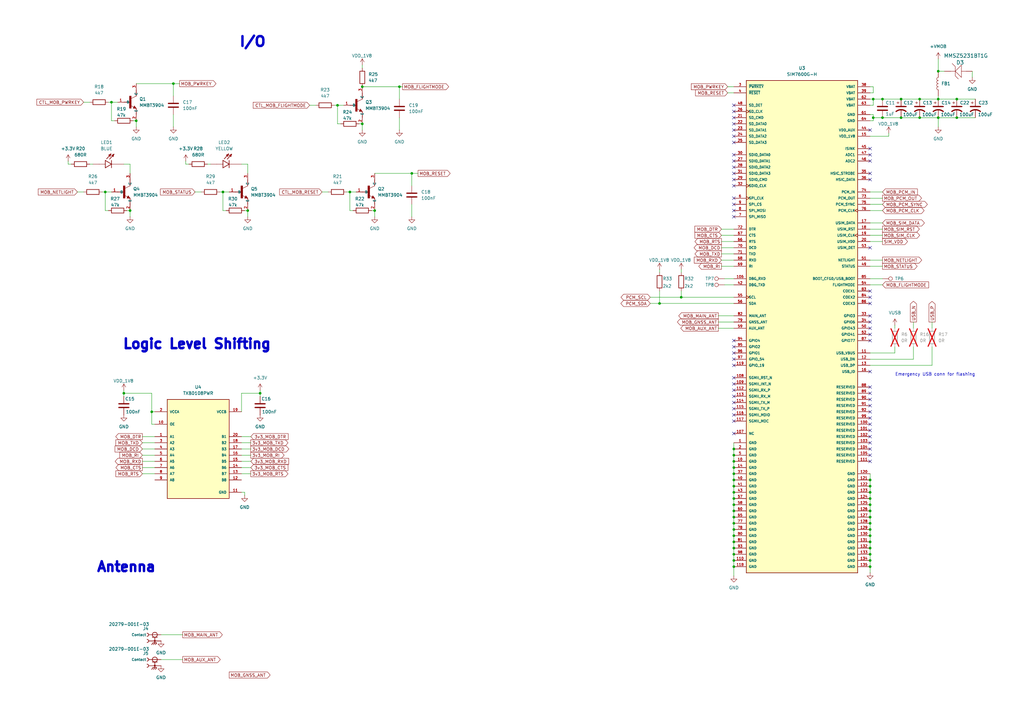
<source format=kicad_sch>
(kicad_sch (version 20231120) (generator "eeschema") (generator_version "8.0")
  (paper "A3")
  (title_block (title "Power System") (company "The University of Queensland"))
  (junction (at 356.87 217.17))
  (junction (at 361.95 48.26))
  (junction (at 356.87 204.47))
  (junction (at 138.43 43.18))
  (junction (at 356.87 201.93))
  (junction (at 300.99 222.25))
  (junction (at 300.99 227.33))
  (junction (at 270.51 124.46))
  (junction (at 300.99 212.09))
  (junction (at 91.44 78.74))
  (junction (at 143.51 78.74))
  (junction (at 369.57 48.26))
  (junction (at 279.4 121.92))
  (junction (at 300.99 189.23))
  (junction (at 300.99 194.31))
  (junction (at 106.68 161.29))
  (junction (at 356.87 227.33))
  (junction (at 71.12 34.29))
  (junction (at 392.43 48.26))
  (junction (at 356.87 219.71))
  (junction (at 356.87 196.85))
  (junction (at 148.59 35.56))
  (junction (at 300.99 184.15))
  (junction (at 300.99 199.39))
  (junction (at 300.99 191.77))
  (junction (at 53.34 86.36))
  (junction (at 300.99 207.01))
  (junction (at 153.67 86.36))
  (junction (at 384.81 40.64))
  (junction (at 356.87 222.25))
  (junction (at 300.99 204.47))
  (junction (at 300.99 232.41))
  (junction (at 377.19 48.26))
  (junction (at 356.87 212.09))
  (junction (at 55.88 49.53))
  (junction (at 101.6 86.36))
  (junction (at 300.99 217.17))
  (junction (at 384.81 48.26))
  (junction (at 356.87 214.63))
  (junction (at 356.87 207.01))
  (junction (at 300.99 229.87))
  (junction (at 369.57 40.64))
  (junction (at 356.87 224.79))
  (junction (at 148.59 50.8))
  (junction (at 356.87 209.55))
  (junction (at 300.99 224.79))
  (junction (at 356.87 229.87))
  (junction (at 163.83 35.56))
  (junction (at 45.72 41.91))
  (junction (at 50.8 161.29))
  (junction (at 168.91 71.12))
  (junction (at 300.99 196.85))
  (junction (at 358.14 48.26))
  (junction (at 358.14 40.64))
  (junction (at 300.99 209.55))
  (junction (at 392.43 40.64))
  (junction (at 356.87 199.39))
  (junction (at 377.19 40.64))
  (junction (at 43.18 78.74))
  (junction (at 356.87 232.41))
  (junction (at 300.99 201.93))
  (junction (at 361.95 40.64))
  (junction (at 300.99 186.69))
  (junction (at 62.23 168.91))
  (junction (at 300.99 214.63))
  (junction (at 384.81 29.21))
  (junction (at 300.99 219.71))
  (no_connect (at 300.99 88.9))
  (no_connect (at 300.99 144.78))
  (no_connect (at 356.87 137.16))
  (no_connect (at 300.99 149.86))
  (no_connect (at 356.87 168.91))
  (no_connect (at 300.99 71.12))
  (no_connect (at 300.99 170.18))
  (no_connect (at 300.99 147.32))
  (no_connect (at 300.99 73.66))
  (no_connect (at 300.99 43.18))
  (no_connect (at 356.87 184.15))
  (no_connect (at 356.87 189.23))
  (no_connect (at 300.99 142.24))
  (no_connect (at 356.87 163.83))
  (no_connect (at 356.87 186.69))
  (no_connect (at 300.99 177.8))
  (no_connect (at 300.99 86.36))
  (no_connect (at 300.99 165.1))
  (no_connect (at 300.99 58.42))
  (no_connect (at 356.87 63.5))
  (no_connect (at 300.99 45.72))
  (no_connect (at 356.87 73.66))
  (no_connect (at 356.87 179.07))
  (no_connect (at 356.87 129.54))
  (no_connect (at 356.87 119.38))
  (no_connect (at 356.87 124.46))
  (no_connect (at 300.99 167.64))
  (no_connect (at 300.99 172.72))
  (no_connect (at 300.99 139.7))
  (no_connect (at 356.87 71.12))
  (no_connect (at 356.87 171.45))
  (no_connect (at 356.87 181.61))
  (no_connect (at 300.99 55.88))
  (no_connect (at 356.87 60.96))
  (no_connect (at 300.99 76.2))
  (no_connect (at 300.99 160.02))
  (no_connect (at 356.87 132.08))
  (no_connect (at 300.99 154.94))
  (no_connect (at 356.87 139.7))
  (no_connect (at 356.87 121.92))
  (no_connect (at 300.99 66.04))
  (no_connect (at 356.87 101.6))
  (no_connect (at 356.87 158.75))
  (no_connect (at 356.87 152.4))
  (no_connect (at 356.87 134.62))
  (no_connect (at 356.87 166.37))
  (no_connect (at 356.87 161.29))
  (no_connect (at 300.99 162.56))
  (no_connect (at 356.87 173.99))
  (no_connect (at 300.99 63.5))
  (no_connect (at 356.87 176.53))
  (no_connect (at 300.99 53.34))
  (no_connect (at 300.99 68.58))
  (no_connect (at 300.99 50.8))
  (no_connect (at 300.99 48.26))
  (no_connect (at 300.99 157.48))
  (no_connect (at 300.99 81.28))
  (no_connect (at 300.99 83.82))
  (no_connect (at 356.87 53.34))
  (no_connect (at 356.87 66.04))
  (wire (pts (xy 300.99 232.41) (xy 300.99 236.22)))
  (wire (pts (xy 58.42 191.77) (xy 63.5 191.77)))
  (wire (pts (xy 295.91 93.98) (xy 300.99 93.98)))
  (wire (pts (xy 148.59 53.34) (xy 148.59 50.8)))
  (wire (pts (xy 100.33 86.36) (xy 101.6 86.36)))
  (wire (pts (xy 358.14 40.64) (xy 358.14 43.18)))
  (wire (pts (xy 279.4 119.38) (xy 279.4 121.92)))
  (wire (pts (xy 91.44 86.36) (xy 92.71 86.36)))
  (wire (pts (xy 356.87 199.39) (xy 356.87 201.93)))
  (wire (pts (xy 356.87 114.3) (xy 361.95 114.3)))
  (wire (pts (xy 295.91 106.68) (xy 300.99 106.68)))
  (wire (pts (xy 148.59 26.67) (xy 148.59 27.94)))
  (wire (pts (xy 143.51 86.36) (xy 143.51 78.74)))
  (wire (pts (xy 356.87 40.64) (xy 358.14 40.64)))
  (wire (pts (xy 27.94 67.31) (xy 29.21 67.31)))
  (wire (pts (xy 99.06 67.31) (xy 101.6 67.31)))
  (wire (pts (xy 300.99 217.17) (xy 300.99 219.71)))
  (wire (pts (xy 384.81 52.07) (xy 384.81 48.26)))
  (wire (pts (xy 297.18 114.3) (xy 300.99 114.3)))
  (wire (pts (xy 147.32 50.8) (xy 148.59 50.8)))
  (wire (pts (xy 54.61 49.53) (xy 55.88 49.53)))
  (wire (pts (xy 358.14 49.53) (xy 356.87 49.53)))
  (wire (pts (xy 356.87 201.93) (xy 356.87 204.47)))
  (wire (pts (xy 266.7 121.92) (xy 279.4 121.92)))
  (wire (pts (xy 356.87 194.31) (xy 356.87 196.85)))
  (wire (pts (xy 66.04 260.35) (xy 74.93 260.35)))
  (wire (pts (xy 300.99 199.39) (xy 300.99 201.93)))
  (wire (pts (xy 168.91 83.82) (xy 168.91 88.9)))
  (wire (pts (xy 367.03 144.78) (xy 367.03 142.24)))
  (wire (pts (xy 398.78 31.75) (xy 398.78 29.21)))
  (wire (pts (xy 168.91 71.12) (xy 168.91 76.2)))
  (wire (pts (xy 356.87 109.22) (xy 361.95 109.22)))
  (wire (pts (xy 99.06 189.23) (xy 102.87 189.23)))
  (wire (pts (xy 300.99 229.87) (xy 300.99 232.41)))
  (wire (pts (xy 369.57 40.64) (xy 377.19 40.64)))
  (wire (pts (xy 356.87 222.25) (xy 356.87 224.79)))
  (wire (pts (xy 374.65 147.32) (xy 356.87 147.32)))
  (wire (pts (xy 382.27 149.86) (xy 382.27 142.24)))
  (wire (pts (xy 300.99 227.33) (xy 300.99 229.87)))
  (wire (pts (xy 297.18 116.84) (xy 300.99 116.84)))
  (wire (pts (xy 62.23 168.91) (xy 63.5 168.91)))
  (wire (pts (xy 45.72 41.91) (xy 48.26 41.91)))
  (wire (pts (xy 374.65 142.24) (xy 374.65 147.32)))
  (wire (pts (xy 99.06 179.07) (xy 102.87 179.07)))
  (wire (pts (xy 99.06 161.29) (xy 99.06 168.91)))
  (wire (pts (xy 66.04 270.51) (xy 74.93 270.51)))
  (wire (pts (xy 369.57 48.26) (xy 377.19 48.26)))
  (wire (pts (xy 62.23 168.91) (xy 62.23 173.99)))
  (wire (pts (xy 99.06 194.31) (xy 102.87 194.31)))
  (wire (pts (xy 142.24 78.74) (xy 143.51 78.74)))
  (wire (pts (xy 356.87 55.88) (xy 364.49 55.88)))
  (wire (pts (xy 138.43 43.18) (xy 140.97 43.18)))
  (wire (pts (xy 99.06 184.15) (xy 102.87 184.15)))
  (wire (pts (xy 356.87 46.99) (xy 358.14 46.99)))
  (wire (pts (xy 62.23 161.29) (xy 62.23 168.91)))
  (wire (pts (xy 356.87 86.36) (xy 361.95 86.36)))
  (wire (pts (xy 266.7 124.46) (xy 270.51 124.46)))
  (wire (pts (xy 153.67 88.9) (xy 153.67 86.36)))
  (wire (pts (xy 358.14 38.1) (xy 356.87 38.1)))
  (wire (pts (xy 153.67 71.12) (xy 168.91 71.12)))
  (wire (pts (xy 55.88 34.29) (xy 71.12 34.29)))
  (wire (pts (xy 50.8 161.29) (xy 50.8 162.56)))
  (wire (pts (xy 374.65 132.08) (xy 374.65 134.62)))
  (wire (pts (xy 294.64 134.62) (xy 300.99 134.62)))
  (wire (pts (xy 143.51 86.36) (xy 144.78 86.36)))
  (wire (pts (xy 300.99 212.09) (xy 300.99 214.63)))
  (wire (pts (xy 356.87 229.87) (xy 356.87 232.41)))
  (wire (pts (xy 356.87 83.82) (xy 361.95 83.82)))
  (wire (pts (xy 392.43 48.26) (xy 400.05 48.26)))
  (wire (pts (xy 45.72 49.53) (xy 46.99 49.53)))
  (wire (pts (xy 43.18 78.74) (xy 45.72 78.74)))
  (wire (pts (xy 300.99 207.01) (xy 300.99 209.55)))
  (wire (pts (xy 132.08 78.74) (xy 134.62 78.74)))
  (wire (pts (xy 31.75 78.74) (xy 34.29 78.74)))
  (wire (pts (xy 100.33 203.2) (xy 100.33 201.93)))
  (wire (pts (xy 298.45 38.1) (xy 300.99 38.1)))
  (wire (pts (xy 300.99 194.31) (xy 300.99 196.85)))
  (wire (pts (xy 356.87 224.79) (xy 356.87 227.33)))
  (wire (pts (xy 356.87 106.68) (xy 361.95 106.68)))
  (wire (pts (xy 90.17 78.74) (xy 91.44 78.74)))
  (wire (pts (xy 101.6 88.9) (xy 101.6 86.36)))
  (wire (pts (xy 361.95 48.26) (xy 369.57 48.26)))
  (wire (pts (xy 279.4 110.49) (xy 279.4 111.76)))
  (wire (pts (xy 295.91 99.06) (xy 300.99 99.06)))
  (wire (pts (xy 356.87 227.33) (xy 356.87 229.87)))
  (wire (pts (xy 270.51 119.38) (xy 270.51 124.46)))
  (wire (pts (xy 358.14 35.56) (xy 356.87 35.56)))
  (wire (pts (xy 91.44 78.74) (xy 93.98 78.74)))
  (wire (pts (xy 300.99 219.71) (xy 300.99 222.25)))
  (wire (pts (xy 295.91 104.14) (xy 300.99 104.14)))
  (wire (pts (xy 294.64 132.08) (xy 300.99 132.08)))
  (wire (pts (xy 101.6 67.31) (xy 101.6 71.12)))
  (wire (pts (xy 300.99 181.61) (xy 300.99 184.15)))
  (wire (pts (xy 356.87 212.09) (xy 356.87 214.63)))
  (wire (pts (xy 53.34 88.9) (xy 53.34 86.36)))
  (wire (pts (xy 384.81 48.26) (xy 392.43 48.26)))
  (wire (pts (xy 300.99 214.63) (xy 300.99 217.17)))
  (wire (pts (xy 356.87 209.55) (xy 356.87 212.09)))
  (wire (pts (xy 43.18 86.36) (xy 43.18 78.74)))
  (wire (pts (xy 300.99 201.93) (xy 300.99 204.47)))
  (wire (pts (xy 384.81 29.21) (xy 387.35 29.21)))
  (wire (pts (xy 358.14 48.26) (xy 361.95 48.26)))
  (wire (pts (xy 356.87 144.78) (xy 367.03 144.78)))
  (wire (pts (xy 63.5 173.99) (xy 62.23 173.99)))
  (wire (pts (xy 356.87 116.84) (xy 361.95 116.84)))
  (wire (pts (xy 148.59 35.56) (xy 163.83 35.56)))
  (wire (pts (xy 45.72 49.53) (xy 45.72 41.91)))
  (wire (pts (xy 356.87 96.52) (xy 361.95 96.52)))
  (wire (pts (xy 71.12 34.29) (xy 73.66 34.29)))
  (wire (pts (xy 58.42 194.31) (xy 63.5 194.31)))
  (wire (pts (xy 127 43.18) (xy 129.54 43.18)))
  (wire (pts (xy 137.16 43.18) (xy 138.43 43.18)))
  (wire (pts (xy 295.91 96.52) (xy 300.99 96.52)))
  (wire (pts (xy 106.68 160.02) (xy 106.68 161.29)))
  (wire (pts (xy 138.43 50.8) (xy 138.43 43.18)))
  (wire (pts (xy 143.51 78.74) (xy 146.05 78.74)))
  (wire (pts (xy 358.14 40.64) (xy 361.95 40.64)))
  (wire (pts (xy 71.12 34.29) (xy 71.12 39.37)))
  (wire (pts (xy 295.91 109.22) (xy 300.99 109.22)))
  (wire (pts (xy 53.34 67.31) (xy 53.34 71.12)))
  (wire (pts (xy 52.07 86.36) (xy 53.34 86.36)))
  (wire (pts (xy 356.87 219.71) (xy 356.87 222.25)))
  (wire (pts (xy 50.8 161.29) (xy 62.23 161.29)))
  (wire (pts (xy 300.99 184.15) (xy 300.99 186.69)))
  (wire (pts (xy 163.83 48.26) (xy 163.83 53.34)))
  (wire (pts (xy 85.09 67.31) (xy 86.36 67.31)))
  (wire (pts (xy 382.27 132.08) (xy 382.27 134.62)))
  (wire (pts (xy 356.87 232.41) (xy 356.87 234.95)))
  (wire (pts (xy 300.99 196.85) (xy 300.99 199.39)))
  (wire (pts (xy 41.91 78.74) (xy 43.18 78.74)))
  (wire (pts (xy 384.81 40.64) (xy 392.43 40.64)))
  (wire (pts (xy 163.83 35.56) (xy 163.83 40.64)))
  (wire (pts (xy 80.01 78.74) (xy 82.55 78.74)))
  (wire (pts (xy 58.42 189.23) (xy 63.5 189.23)))
  (wire (pts (xy 55.88 52.07) (xy 55.88 49.53)))
  (wire (pts (xy 358.14 35.56) (xy 358.14 38.1)))
  (wire (pts (xy 168.91 71.12) (xy 171.45 71.12)))
  (wire (pts (xy 76.2 66.04) (xy 76.2 67.31)))
  (wire (pts (xy 367.03 133.35) (xy 367.03 134.62)))
  (wire (pts (xy 300.99 224.79) (xy 300.99 227.33)))
  (wire (pts (xy 99.06 181.61) (xy 102.87 181.61)))
  (wire (pts (xy 356.87 99.06) (xy 361.95 99.06)))
  (wire (pts (xy 356.87 91.44) (xy 361.95 91.44)))
  (wire (pts (xy 358.14 46.99) (xy 358.14 48.26)))
  (wire (pts (xy 34.29 41.91) (xy 36.83 41.91)))
  (wire (pts (xy 43.18 86.36) (xy 44.45 86.36)))
  (wire (pts (xy 152.4 86.36) (xy 153.67 86.36)))
  (wire (pts (xy 99.06 161.29) (xy 106.68 161.29)))
  (wire (pts (xy 76.2 67.31) (xy 77.47 67.31)))
  (wire (pts (xy 300.99 209.55) (xy 300.99 212.09)))
  (wire (pts (xy 99.06 191.77) (xy 102.87 191.77)))
  (wire (pts (xy 356.87 207.01) (xy 356.87 209.55)))
  (wire (pts (xy 356.87 78.74) (xy 361.95 78.74)))
  (wire (pts (xy 270.51 110.49) (xy 270.51 111.76)))
  (wire (pts (xy 138.43 50.8) (xy 139.7 50.8)))
  (wire (pts (xy 27.94 66.04) (xy 27.94 67.31)))
  (wire (pts (xy 356.87 81.28) (xy 361.95 81.28)))
  (wire (pts (xy 163.83 35.56) (xy 165.1 35.56)))
  (wire (pts (xy 294.64 129.54) (xy 300.99 129.54)))
  (wire (pts (xy 106.68 161.29) (xy 106.68 162.56)))
  (wire (pts (xy 356.87 204.47) (xy 356.87 207.01)))
  (wire (pts (xy 384.81 24.13) (xy 384.81 29.21)))
  (wire (pts (xy 384.81 39.37) (xy 384.81 40.64)))
  (wire (pts (xy 300.99 222.25) (xy 300.99 224.79)))
  (wire (pts (xy 300.99 191.77) (xy 300.99 194.31)))
  (wire (pts (xy 100.33 201.93) (xy 99.06 201.93)))
  (wire (pts (xy 300.99 204.47) (xy 300.99 207.01)))
  (wire (pts (xy 300.99 186.69) (xy 300.99 189.23)))
  (wire (pts (xy 358.14 43.18) (xy 356.87 43.18)))
  (wire (pts (xy 298.45 35.56) (xy 300.99 35.56)))
  (wire (pts (xy 300.99 189.23) (xy 300.99 191.77)))
  (wire (pts (xy 356.87 93.98) (xy 361.95 93.98)))
  (wire (pts (xy 50.8 160.02) (xy 50.8 161.29)))
  (wire (pts (xy 364.49 55.88) (xy 364.49 54.61)))
  (wire (pts (xy 58.42 181.61) (xy 63.5 181.61)))
  (wire (pts (xy 356.87 217.17) (xy 356.87 219.71)))
  (wire (pts (xy 58.42 186.69) (xy 63.5 186.69)))
  (wire (pts (xy 279.4 121.92) (xy 300.99 121.92)))
  (wire (pts (xy 58.42 179.07) (xy 63.5 179.07)))
  (wire (pts (xy 99.06 186.69) (xy 102.87 186.69)))
  (wire (pts (xy 356.87 149.86) (xy 382.27 149.86)))
  (wire (pts (xy 58.42 184.15) (xy 63.5 184.15)))
  (wire (pts (xy 71.12 46.99) (xy 71.12 52.07)))
  (wire (pts (xy 377.19 40.64) (xy 384.81 40.64)))
  (wire (pts (xy 44.45 41.91) (xy 45.72 41.91)))
  (wire (pts (xy 377.19 48.26) (xy 384.81 48.26)))
  (wire (pts (xy 356.87 196.85) (xy 356.87 199.39)))
  (wire (pts (xy 50.8 67.31) (xy 53.34 67.31)))
  (wire (pts (xy 91.44 86.36) (xy 91.44 78.74)))
  (wire (pts (xy 356.87 214.63) (xy 356.87 217.17)))
  (wire (pts (xy 270.51 124.46) (xy 300.99 124.46)))
  (wire (pts (xy 36.83 67.31) (xy 38.1 67.31)))
  (wire (pts (xy 392.43 40.64) (xy 400.05 40.64)))
  (wire (pts (xy 361.95 40.64) (xy 369.57 40.64)))
  (wire (pts (xy 358.14 48.26) (xy 358.14 49.53)))
  (wire (pts (xy 295.91 101.6) (xy 300.99 101.6)))
  (text "Logic Level Shifting\n" (at 80.772 141.224 0) (effects (font (size 4 4) (thickness 1) (bold yes))))
  (text "Emergency USB conn for flashing" (at 383.54 153.67 0) (effects (font (size 1.27 1.27))))
  (text "Antenna\n" (at 51.816 232.664 0) (effects (font (size 4 4) (thickness 1) (bold yes))))
  (text "I/O\n" (at 103.632 17.272 0) (effects (font (size 4 4) (thickness 1) (bold yes))))
  (global_label "MOB_MAIN_ANT" (shape output) (at 74.93 260.35 0) (property "Intersheetrefs" "${INTERSHEET_REFS}" (effects (hide yes))))
  (global_label "USB_P" (shape output) (at 382.27 132.08 90) (property "Intersheetrefs" "${INTERSHEET_REFS}" (effects (hide yes))))
  (global_label "MOB_RI" (shape input) (at 58.42 186.69 180) (property "Intersheetrefs" "${INTERSHEET_REFS}" (effects (hide yes))))
  (global_label "MOB_STATUS" (shape input) (at 80.01 78.74 180) (property "Intersheetrefs" "${INTERSHEET_REFS}" (effects (hide yes))))
  (global_label "USB_N" (shape output) (at 374.65 132.08 90) (property "Intersheetrefs" "${INTERSHEET_REFS}" (effects (hide yes))))
  (global_label "MOB_MAIN_ANT" (shape output) (at 294.64 129.54 180) (property "Intersheetrefs" "${INTERSHEET_REFS}" (effects (hide yes))))
  (global_label "SIM_VDD" (shape output) (at 361.95 99.06 0) (property "Intersheetrefs" "${INTERSHEET_REFS}" (effects (hide yes))))
  (global_label "3v3_MOB_TXD" (shape output) (at 102.87 181.61 0) (property "Intersheetrefs" "${INTERSHEET_REFS}" (effects (hide yes))))
  (global_label "MOB_DTR" (shape input) (at 295.91 93.98 180) (property "Intersheetrefs" "${INTERSHEET_REFS}" (effects (hide yes))))
  (global_label "MOB_CTS" (shape output) (at 58.42 191.77 180) (property "Intersheetrefs" "${INTERSHEET_REFS}" (effects (hide yes))))
  (global_label "MOB_RXD" (shape input) (at 295.91 106.68 180) (property "Intersheetrefs" "${INTERSHEET_REFS}" (effects (hide yes))))
  (global_label "MOB_STATUS" (shape output) (at 361.95 109.22 0) (property "Intersheetrefs" "${INTERSHEET_REFS}" (effects (hide yes))))
  (global_label "3v3_MOB_CTS" (shape input) (at 102.87 191.77 0) (property "Intersheetrefs" "${INTERSHEET_REFS}" (effects (hide yes))))
  (global_label "MOB_SIM_CLK" (shape output) (at 361.95 96.52 0) (property "Intersheetrefs" "${INTERSHEET_REFS}" (effects (hide yes))))
  (global_label "MOB_TXD" (shape input) (at 58.42 181.61 180) (property "Intersheetrefs" "${INTERSHEET_REFS}" (effects (hide yes))))
  (global_label "CTL_MOB_PWRKEY" (shape input) (at 34.29 41.91 180) (property "Intersheetrefs" "${INTERSHEET_REFS}" (effects (hide yes))))
  (global_label "CTL_MOB_RESET" (shape input) (at 132.08 78.74 180) (property "Intersheetrefs" "${INTERSHEET_REFS}" (effects (hide yes))))
  (global_label "MOB_PCM_SYNC" (shape bidirectional) (at 361.95 83.82 0) (property "Intersheetrefs" "${INTERSHEET_REFS}" (effects (hide yes))))
  (global_label "MOB_AUX_ANT" (shape output) (at 74.93 270.51 0) (property "Intersheetrefs" "${INTERSHEET_REFS}" (effects (hide yes))))
  (global_label "MOB_PCM_OUT" (shape output) (at 361.95 81.28 0) (property "Intersheetrefs" "${INTERSHEET_REFS}" (effects (hide yes))))
  (global_label "MOB_DCD" (shape input) (at 58.42 184.15 180) (property "Intersheetrefs" "${INTERSHEET_REFS}" (effects (hide yes))))
  (global_label "MOB_PCM_CLK" (shape bidirectional) (at 361.95 86.36 0) (property "Intersheetrefs" "${INTERSHEET_REFS}" (effects (hide yes))))
  (global_label "PCM_SCL" (shape bidirectional) (at 266.7 121.92 180) (property "Intersheetrefs" "${INTERSHEET_REFS}" (effects (hide yes))))
  (global_label "MOB_AUX_ANT" (shape output) (at 294.64 134.62 180) (property "Intersheetrefs" "${INTERSHEET_REFS}" (effects (hide yes))))
  (global_label "3v3_MOB_DCD" (shape output) (at 102.87 184.15 0) (property "Intersheetrefs" "${INTERSHEET_REFS}" (effects (hide yes))))
  (global_label "MOB_PWRKEY" (shape input) (at 298.45 35.56 180) (property "Intersheetrefs" "${INTERSHEET_REFS}" (effects (hide yes))))
  (global_label "MOB_RTS" (shape output) (at 295.91 99.06 180) (property "Intersheetrefs" "${INTERSHEET_REFS}" (effects (hide yes))))
  (global_label "3v3_MOB_RXD" (shape input) (at 102.87 189.23 0) (property "Intersheetrefs" "${INTERSHEET_REFS}" (effects (hide yes))))
  (global_label "MOB_RESET" (shape output) (at 171.45 71.12 0) (property "Intersheetrefs" "${INTERSHEET_REFS}" (effects (hide yes))))
  (global_label "MOB_RESET" (shape input) (at 298.45 38.1 180) (property "Intersheetrefs" "${INTERSHEET_REFS}" (effects (hide yes))))
  (global_label "PCM_SDA" (shape bidirectional) (at 266.7 124.46 180) (property "Intersheetrefs" "${INTERSHEET_REFS}" (effects (hide yes))))
  (global_label "MOB_GNSS_ANT" (shape output) (at 93.98 276.86 0) (property "Intersheetrefs" "${INTERSHEET_REFS}" (effects (hide yes))))
  (global_label "MOB_PWRKEY" (shape output) (at 73.66 34.29 0) (property "Intersheetrefs" "${INTERSHEET_REFS}" (effects (hide yes))))
  (global_label "MOB_RTS" (shape input) (at 58.42 194.31 180) (property "Intersheetrefs" "${INTERSHEET_REFS}" (effects (hide yes))))
  (global_label "MOB_RXD" (shape output) (at 58.42 189.23 180) (property "Intersheetrefs" "${INTERSHEET_REFS}" (effects (hide yes))))
  (global_label "MOB_SIM_DATA" (shape bidirectional) (at 361.95 91.44 0) (property "Intersheetrefs" "${INTERSHEET_REFS}" (effects (hide yes))))
  (global_label "MOB_FLIGHTMODE" (shape output) (at 165.1 35.56 0) (property "Intersheetrefs" "${INTERSHEET_REFS}" (effects (hide yes))))
  (global_label "3v3_MOB_DTR" (shape input) (at 102.87 179.07 0) (property "Intersheetrefs" "${INTERSHEET_REFS}" (effects (hide yes))))
  (global_label "MOB_TXD" (shape output) (at 295.91 104.14 180) (property "Intersheetrefs" "${INTERSHEET_REFS}" (effects (hide yes))))
  (global_label "MOB_DCD" (shape output) (at 295.91 101.6 180) (property "Intersheetrefs" "${INTERSHEET_REFS}" (effects (hide yes))))
  (global_label "MOB_RI" (shape output) (at 295.91 109.22 180) (property "Intersheetrefs" "${INTERSHEET_REFS}" (effects (hide yes))))
  (global_label "MOB_NETLIGHT" (shape output) (at 361.95 106.68 0) (property "Intersheetrefs" "${INTERSHEET_REFS}" (effects (hide yes))))
  (global_label "MOB_NETLIGHT" (shape input) (at 31.75 78.74 180) (property "Intersheetrefs" "${INTERSHEET_REFS}" (effects (hide yes))))
  (global_label "3v3_MOB_RTS" (shape output) (at 102.87 194.31 0) (property "Intersheetrefs" "${INTERSHEET_REFS}" (effects (hide yes))))
  (global_label "CTL_MOB_FLIGHTMODE" (shape input) (at 127 43.18 180) (property "Intersheetrefs" "${INTERSHEET_REFS}" (effects (hide yes))))
  (global_label "MOB_PCM_IN" (shape input) (at 361.95 78.74 0) (property "Intersheetrefs" "${INTERSHEET_REFS}" (effects (hide yes))))
  (global_label "MOB_DTR" (shape output) (at 58.42 179.07 180) (property "Intersheetrefs" "${INTERSHEET_REFS}" (effects (hide yes))))
  (global_label "MOB_GNSS_ANT" (shape output) (at 294.64 132.08 180) (property "Intersheetrefs" "${INTERSHEET_REFS}" (effects (hide yes))))
  (global_label "MOB_FLIGHTMODE" (shape input) (at 361.95 116.84 0) (property "Intersheetrefs" "${INTERSHEET_REFS}" (effects (hide yes))))
  (global_label "MOB_CTS" (shape input) (at 295.91 96.52 180) (property "Intersheetrefs" "${INTERSHEET_REFS}" (effects (hide yes))))
  (global_label "3v3_MOB_RI" (shape output) (at 102.87 186.69 0) (property "Intersheetrefs" "${INTERSHEET_REFS}" (effects (hide yes))))
  (global_label "MOB_SIM_RST" (shape output) (at 361.95 93.98 0) (property "Intersheetrefs" "${INTERSHEET_REFS}" (effects (hide yes))))
  (symbol (lib_id "Capacitors:capacitor_100nF") (at 106.68 166.37 0) (unit 1)
    (property "Reference" "C16" (at 107.188 163.576 0) (effects (justify left)))
    (property "Value" "100nF" (at 107.442 168.91 0) (effects (justify left)))
    (property "Footprint" "Capacitor_SMD:C_0603_1608Metric" (effects (hide yes)))
  )
  (symbol (lib_id "power:GND") (at 55.88 52.07 0) (unit 1)
    (property "Reference" "#PWR046" (effects (hide yes)))
    (property "Value" "GND" (at 55.88 56.896 0))
    (property "Description" "Power symbol creates a global label with name \"GND\" , ground" (effects (hide yes)))
  )
  (symbol (lib_id "MMSZ5231BT1G:MMSZ5231BT1G") (at 387.35 29.21 0) (unit 1)
    (property "Reference" "D3" (at 392.176 25.654 0) (effects (font (size 1.524 1.524)) (justify left)))
    (property "Value" "MMSZ5231BT1G" (at 387.096 22.86 0) (effects (font (size 1.524 1.524)) (justify left)))
    (property "Footprint" "SOD-123_ONS" (effects (hide yes)))
    (property "Datasheet" "MMSZ5231BT1G" (effects (hide yes)))
  )
  (symbol (lib_id "Connector:TestPoint") (at 361.95 114.3 270) (unit 1)
    (property "Reference" "TP6" (at 367.03 114.2999 90) (effects (justify left)))
    (property "Value" "TestPoint" (effects (hide yes)))
    (property "Footprint" "TestPoint:TestPoint_Pad_D1.5mm" (effects (hide yes)))
    (property "Description" "test point" (effects (hide yes)))
  )
  (symbol (lib_id "Resistors:Resistor_4k7") (at 40.64 41.91 90) (unit 1)
    (property "Reference" "R18" (at 40.64 35.56 90))
    (property "Value" "4k7" (at 40.64 38.1 90))
    (property "Footprint" "Resistor_SMD:R_0603_1608Metric" (effects (hide yes)))
  )
  (symbol (lib_id "Capacitors:capacitor_100nF") (at 168.91 80.01 180) (unit 1)
    (property "Reference" "C18" (at 172.72 78.7399 0) (effects (justify right)))
    (property "Value" "100nF" (at 172.72 81.2799 0) (effects (justify right)))
    (property "Footprint" "Capacitor_SMD:C_0603_1608Metric" (effects (hide yes)))
  )
  (symbol (lib_id "Capacitors:capacitor_100nF") (at 71.12 43.18 180) (unit 1)
    (property "Reference" "C17" (at 74.93 41.9099 0) (effects (justify right)))
    (property "Value" "100nF" (at 74.93 44.4499 0) (effects (justify right)))
    (property "Footprint" "Capacitor_SMD:C_0603_1608Metric" (effects (hide yes)))
  )
  (symbol (lib_id "Resistors:Resistor_0R") (at 374.65 138.43 0) (unit 1) (dnp yes)
    (property "Reference" "R16" (at 377.19 137.1599 0) (effects (justify left)))
    (property "Value" "0R" (at 377.19 139.6999 0) (effects (justify left)))
    (property "Footprint" "Resistor_SMD:R_0603_1608Metric" (effects (hide yes)))
  )
  (symbol (lib_id "power:+3.3V") (at 27.94 66.04 0) (unit 1)
    (property "Reference" "#PWR056" (effects (hide yes)))
    (property "Value" "+3.3V" (at 27.94 60.96 0))
    (property "Description" "Power symbol creates a global label with name \"+3.3V\"" (effects (hide yes)))
  )
  (symbol (lib_id "Resistors:Resistor_0R") (at 382.27 138.43 0) (unit 1) (dnp yes)
    (property "Reference" "R17" (at 384.81 137.1599 0) (effects (justify left)))
    (property "Value" "0R" (at 384.81 139.6999 0) (effects (justify left)))
    (property "Footprint" "Resistor_SMD:R_0603_1608Metric" (effects (hide yes)))
  )
  (symbol (lib_id "Capacitors:Capacitor_P_100uF") (at 384.81 44.45 0) (unit 1)
    (property "Reference" "C14" (at 386.08 42.164 0) (effects (justify left)))
    (property "Value" "100uF" (at 385.826 46.99 0) (effects (justify left)))
    (property "Footprint" "Capacitor_Tantalum_SMD:CP_EIA-3216-18_Kemet-A" (effects (hide yes)))
    (property "Description" "tantalum capacitor" (effects (hide yes)))
  )
  (symbol (lib_id "SIM7600G-H:SIM7600G-H") (at 328.93 127 0) (unit 1)
    (property "Reference" "U3" (at 328.93 27.94 0))
    (property "Value" "SIM7600G-H" (at 328.93 30.48 0))
    (property "Footprint" "SIM7600G-H:IC_SIM7600G-H" (effects (hide yes)))
    (property "Description" "LTE Cat-4 Module" (effects (hide yes)))
    (property "MF" "Simcom" (effects (hide yes)))
    (property "PACKAGE" "Package Analog Devices" (effects (hide yes)))
    (property "PRICE" "None" (effects (hide yes)))
    (property "Package" "Package" (effects (hide yes)))
    (property "Check_prices" "https://www.snapeda.com/parts/SIM7600G/SIMCom/view-part/?ref=eda" (effects (hide yes)))
    (property "SnapEDA_Link" "https://www.snapeda.com/parts/SIM7600G/SIMCom/view-part/?ref=snap" (effects (hide yes)))
    (property "MP" "SIM7600G" (effects (hide yes)))
    (property "AVAILABILITY" "Unavailable" (effects (hide yes)))
    (property "Description_1" "\n                        \n                            Cellular EDGE, GPRS, GSM, HSPA+, LTE Transceiver Module 850MHz, 900MHz, 1.8GHz, 1.9GHz Antenna Not Included Surface Mount\n                        \n" (effects (hide yes)))
  )
  (symbol (lib_id "Connector:TestPoint") (at 297.18 114.3 90) (unit 1)
    (property "Reference" "TP7" (at 291.084 114.3 90))
    (property "Value" "TestPoint" (effects (hide yes)))
    (property "Footprint" "TestPoint:TestPoint_Pad_D1.5mm" (effects (hide yes)))
    (property "Description" "test point" (effects (hide yes)))
  )
  (symbol (lib_id "power:+1V8") (at 364.49 54.61 0) (unit 1)
    (property "Reference" "#PWR039" (effects (hide yes)))
    (property "Value" "VDD_1V8" (at 360.172 50.8 0) (effects (justify left)))
    (property "Description" "Power symbol creates a global label with name \"+1V8\"" (effects (hide yes)))
  )
  (symbol (lib_id "power:GND") (at 71.12 52.07 0) (unit 1)
    (property "Reference" "#PWR047" (effects (hide yes)))
    (property "Value" "GND" (at 71.12 56.896 0))
    (property "Description" "Power symbol creates a global label with name \"GND\" , ground" (effects (hide yes)))
  )
  (symbol (lib_id "Resistors:Resistor_47k") (at 143.51 50.8 270) (unit 1)
    (property "Reference" "R24" (at 142.494 45.974 90))
    (property "Value" "47k" (at 142.494 48.514 90))
    (property "Footprint" "Resistor_SMD:R_0603_1608Metric" (effects (hide yes)))
  )
  (symbol (lib_id "Resistors:Resistor_47k") (at 96.52 86.36 270) (unit 1)
    (property "Reference" "R30" (at 95.504 81.534 90))
    (property "Value" "47k" (at 95.504 84.074 90))
    (property "Footprint" "Resistor_SMD:R_0603_1608Metric" (effects (hide yes)))
  )
  (symbol (lib_id "Resistors:Resistor_4k7") (at 148.59 31.75 180) (unit 1)
    (property "Reference" "R25" (at 151.13 30.4799 0) (effects (justify right)))
    (property "Value" "4k7" (at 151.13 33.0199 0) (effects (justify right)))
    (property "Footprint" "Resistor_SMD:R_0603_1608Metric" (effects (hide yes)))
  )
  (symbol (lib_id "Connector:TestPoint") (at 297.18 116.84 90) (unit 1)
    (property "Reference" "TP8" (at 291.084 116.84 90))
    (property "Value" "TestPoint" (effects (hide yes)))
    (property "Footprint" "TestPoint:TestPoint_Pad_D1.5mm" (effects (hide yes)))
    (property "Description" "test point" (effects (hide yes)))
  )
  (symbol (lib_id "Capacitors:Capacitor_1uF") (at 361.95 44.45 0) (unit 1)
    (property "Reference" "C11" (at 363.22 42.164 0) (effects (justify left)))
    (property "Value" "1uF" (at 363.22 46.736 0) (effects (justify left)))
    (property "Footprint" "Capacitor_SMD:C_0603_1608Metric" (effects (hide yes)))
  )
  (symbol (lib_id "Capacitors:Capacitor_P_100uF") (at 400.05 44.45 0) (unit 1)
    (property "Reference" "C23" (at 401.32 42.164 0) (effects (justify left)))
    (property "Value" "100uF" (at 401.066 46.99 0) (effects (justify left)))
    (property "Footprint" "Capacitor_Tantalum_SMD:CP_EIA-3216-18_Kemet-A" (effects (hide yes)))
    (property "Description" "tantalum capacitor" (effects (hide yes)))
  )
  (symbol (lib_id "20279-001E-03:20279-001E-03") (at 63.5 260.35 0) (unit 1)
    (property "Reference" "J4" (at 60.96 257.81 0) (effects (justify right)))
    (property "Value" "20279-001E-03" (at 61.214 256.032 0) (effects (justify right)))
    (property "Footprint" "20279-001E-03:IPEX_20279-001E-03" (effects (hide yes)))
    (property "MF" "I-PEX" (effects (hide yes)))
    (property "MAXIMUM_PACKAGE_HEIGHT" "1.25mm" (effects (hide yes)))
    (property "Package" "None" (effects (hide yes)))
    (property "Price" "None" (effects (hide yes)))
    (property "Check_prices" "https://www.snapeda.com/parts/20279-001E-03/I-PEX/view-part/?ref=eda" (effects (hide yes)))
    (property "STANDARD" "Manufacturer Recommendations" (effects (hide yes)))
    (property "PARTREV" "32" (effects (hide yes)))
    (property "SnapEDA_Link" "https://www.snapeda.com/parts/20279-001E-03/I-PEX/view-part/?ref=snap" (effects (hide yes)))
    (property "MP" "20279-001E-03" (effects (hide yes)))
    (property "Description_1" "\n                        \n                            1 POS Vertical SMD Small form factor with big performance through 6 GHz connector,MHF, RF, micro-coaxial MHF I Receptacle\n                        \n" (effects (hide yes)))
    (property "Availability" "In Stock" (effects (hide yes)))
    (property "MANUFACTURER" "I-PEX" (effects (hide yes)))
  )
  (symbol (lib_id "power:GND") (at 163.83 53.34 0) (unit 1)
    (property "Reference" "#PWR051" (effects (hide yes)))
    (property "Value" "GND" (at 163.83 58.166 0))
    (property "Description" "Power symbol creates a global label with name \"GND\" , ground" (effects (hide yes)))
  )
  (symbol (lib_id "power:VCC") (at 367.03 133.35 0) (unit 1)
    (property "Reference" "#PWR015" (effects (hide yes)))
    (property "Value" "VUSB" (at 367.03 128.27 0))
    (property "Description" "Power symbol creates a global label with name \"VCC\"" (effects (hide yes)))
  )
  (symbol (lib_id "power:GND") (at 50.8 170.18 0) (unit 1)
    (property "Reference" "#PWR042" (effects (hide yes)))
    (property "Value" "GND" (at 50.8 175.006 0))
    (property "Description" "Power symbol creates a global label with name \"GND\" , ground" (effects (hide yes)))
  )
  (symbol (lib_id "MMBT3904LT1G:MMBT3904LT1G") (at 53.34 41.91 0) (unit 1)
    (property "Reference" "Q1" (at 57.15 40.6399 0) (effects (justify left)))
    (property "Value" "MMBT3904" (at 57.15 43.1799 0) (effects (justify left)))
    (property "Footprint" "MMBT3904LT1G:SOT95P240X111-3N" (effects (hide yes)))
    (property "DigiKey_Part_Number" "MMBT3904LT1GOSTR-ND" (effects (hide yes)))
    (property "SnapEDA_Link" "https://www.snapeda.com/parts/MMBT3904LT1G/Onsemi/view-part/?ref=snap" (effects (hide yes)))
    (property "Description_1" "\n                        \n                            Transistor, Bipolar,Si,NPN,General Purpose,VCEO 40VDC,IC 200mA,PD 225mW,SOT-23 | ON Semiconductor MMBT3904LT1G\n                        \n" (effects (hide yes)))
    (property "Package" "SOT-23-3 ON Semiconductor" (effects (hide yes)))
    (property "Check_prices" "https://www.snapeda.com/parts/MMBT3904LT1G/Onsemi/view-part/?ref=eda" (effects (hide yes)))
    (property "MF" "ON Semiconductor" (effects (hide yes)))
    (property "MP" "MMBT3904LT1G" (effects (hide yes)))
    (property "MANUFACTURER" "ON Semiconductor" (effects (hide yes)))
  )
  (symbol (lib_id "Resistors:Resistor_680R") (at 33.02 67.31 90) (unit 1)
    (property "Reference" "R20" (at 33.02 60.96 90))
    (property "Value" "680R" (at 33.02 63.5 90))
    (property "Footprint" "Resistor_SMD:R_0603_1608Metric" (effects (hide yes)))
  )
  (symbol (lib_id "Resistors:Resistor_4k7") (at 138.43 78.74 90) (unit 1)
    (property "Reference" "R21" (at 138.43 72.39 90))
    (property "Value" "4k7" (at 138.43 74.93 90))
    (property "Footprint" "Resistor_SMD:R_0603_1608Metric" (effects (hide yes)))
  )
  (symbol (lib_id "Resistors:Resistor_0R") (at 367.03 138.43 0) (unit 1) (dnp yes)
    (property "Reference" "R6" (at 369.57 137.1599 0) (effects (justify left)))
    (property "Value" "0R" (at 369.57 139.6999 0) (effects (justify left)))
    (property "Footprint" "Resistor_SMD:R_0603_1608Metric" (effects (hide yes)))
  )
  (symbol (lib_id "MMBT3904LT1G:MMBT3904LT1G") (at 50.8 78.74 0) (unit 1)
    (property "Reference" "Q4" (at 54.61 77.4699 0) (effects (justify left)))
    (property "Value" "MMBT3904" (at 54.61 80.0099 0) (effects (justify left)))
    (property "Footprint" "MMBT3904LT1G:SOT95P240X111-3N" (effects (hide yes)))
    (property "DigiKey_Part_Number" "MMBT3904LT1GOSTR-ND" (effects (hide yes)))
    (property "SnapEDA_Link" "https://www.snapeda.com/parts/MMBT3904LT1G/Onsemi/view-part/?ref=snap" (effects (hide yes)))
    (property "Description_1" "\n                        \n                            Transistor, Bipolar,Si,NPN,General Purpose,VCEO 40VDC,IC 200mA,PD 225mW,SOT-23 | ON Semiconductor MMBT3904LT1G\n                        \n" (effects (hide yes)))
    (property "Package" "SOT-23-3 ON Semiconductor" (effects (hide yes)))
    (property "Check_prices" "https://www.snapeda.com/parts/MMBT3904LT1G/Onsemi/view-part/?ref=eda" (effects (hide yes)))
    (property "MF" "ON Semiconductor" (effects (hide yes)))
    (property "MP" "MMBT3904LT1G" (effects (hide yes)))
    (property "MANUFACTURER" "ON Semiconductor" (effects (hide yes)))
  )
  (symbol (lib_id "Capacitors:Capacitor_P_100uF") (at 392.43 44.45 0) (unit 1)
    (property "Reference" "C22" (at 393.7 42.164 0) (effects (justify left)))
    (property "Value" "100uF" (at 393.446 46.99 0) (effects (justify left)))
    (property "Footprint" "Capacitor_Tantalum_SMD:CP_EIA-3216-18_Kemet-A" (effects (hide yes)))
    (property "Description" "tantalum capacitor" (effects (hide yes)))
  )
  (symbol (lib_id "20279-001E-03:20279-001E-03") (at 63.5 270.51 0) (unit 1)
    (property "Reference" "J5" (at 60.96 267.97 0) (effects (justify right)))
    (property "Value" "20279-001E-03" (at 61.214 266.192 0) (effects (justify right)))
    (property "Footprint" "20279-001E-03:IPEX_20279-001E-03" (effects (hide yes)))
    (property "MF" "I-PEX" (effects (hide yes)))
    (property "MAXIMUM_PACKAGE_HEIGHT" "1.25mm" (effects (hide yes)))
    (property "Package" "None" (effects (hide yes)))
    (property "Price" "None" (effects (hide yes)))
    (property "Check_prices" "https://www.snapeda.com/parts/20279-001E-03/I-PEX/view-part/?ref=eda" (effects (hide yes)))
    (property "STANDARD" "Manufacturer Recommendations" (effects (hide yes)))
    (property "PARTREV" "32" (effects (hide yes)))
    (property "SnapEDA_Link" "https://www.snapeda.com/parts/20279-001E-03/I-PEX/view-part/?ref=snap" (effects (hide yes)))
    (property "MP" "20279-001E-03" (effects (hide yes)))
    (property "Description_1" "\n                        \n                            1 POS Vertical SMD Small form factor with big performance through 6 GHz connector,MHF, RF, micro-coaxial MHF I Receptacle\n                        \n" (effects (hide yes)))
    (property "Availability" "In Stock" (effects (hide yes)))
    (property "MANUFACTURER" "I-PEX" (effects (hide yes)))
  )
  (symbol (lib_id "TXB0108PWR:TXB0108PWR") (at 81.28 186.69 0) (unit 1)
    (property "Reference" "U4" (at 81.28 158.75 0))
    (property "Value" "TXB0108PWR" (at 81.28 161.29 0))
    (property "Footprint" "TXB0108PWR:SOP65P640X120-20N" (effects (hide yes)))
    (property "DigiKey_Part_Number" "296-21527-2-ND" (effects (hide yes)))
    (property "SnapEDA_Link" "https://www.snapeda.com/parts/TXB0108PWR/Texas+Instruments/view-part/?ref=snap" (effects (hide yes)))
    (property "MAXIMUM_PACKAGE_HEIGHT" "1.2mm" (effects (hide yes)))
    (property "Package" "TSSOP-20 Texas Instruments" (effects (hide yes)))
    (property "Check_prices" "https://www.snapeda.com/parts/TXB0108PWR/Texas+Instruments/view-part/?ref=eda" (effects (hide yes)))
    (property "STANDARD" "IPC-7351B" (effects (hide yes)))
    (property "PARTREV" "H" (effects (hide yes)))
    (property "MF" "Texas Instruments" (effects (hide yes)))
    (property "MP" "TXB0108PWR" (effects (hide yes)))
    (property "Description_1" "\n                        \n                            8-Bit Bidirectional Voltage-Level Shifter with Auto Direction Sensing and +/-15-kV ESD Protect\n                        \n" (effects (hide yes)))
    (property "MANUFACTURER" "Texas Instruments" (effects (hide yes)))
  )
  (symbol (lib_id "Capacitors:capacitor_100nF") (at 50.8 166.37 0) (unit 1)
    (property "Reference" "C15" (at 51.308 163.576 0) (effects (justify left)))
    (property "Value" "100nF" (at 51.562 168.91 0) (effects (justify left)))
    (property "Footprint" "Capacitor_SMD:C_0603_1608Metric" (effects (hide yes)))
  )
  (symbol (lib_id "power:GND") (at 356.87 234.95 0) (unit 1)
    (property "Reference" "#PWR037" (effects (hide yes)))
    (property "Value" "GND" (at 356.87 239.776 0))
    (property "Description" "Power symbol creates a global label with name \"GND\" , ground" (effects (hide yes)))
  )
  (symbol (lib_id "Capacitors:Capacitor_P_100uF") (at 369.57 44.45 0) (unit 1)
    (property "Reference" "C12" (at 370.586 42.164 0) (effects (justify left)))
    (property "Value" "100uF" (at 370.332 46.99 0) (effects (justify left)))
    (property "Footprint" "Capacitor_Tantalum_SMD:CP_EIA-3216-18_Kemet-A" (effects (hide yes)))
    (property "Description" "tantalum capacitor" (effects (hide yes)))
  )
  (symbol (lib_id "Resistors:Resistor_2k2") (at 270.51 115.57 0) (unit 1)
    (property "Reference" "R33" (at 271.78 114.3 0) (effects (justify left)))
    (property "Value" "2k2" (at 271.78 117.348 0) (effects (justify left)))
    (property "Footprint" "Resistor_SMD:R_0603_1608Metric" (effects (hide yes)))
  )
  (symbol (lib_id "Resistors:Resistor_680R") (at 81.28 67.31 90) (unit 1)
    (property "Reference" "R28" (at 81.28 60.96 90))
    (property "Value" "680R" (at 81.28 63.5 90))
    (property "Footprint" "Resistor_SMD:R_0603_1608Metric" (effects (hide yes)))
  )
  (symbol (lib_id "power:+3.3V") (at 106.68 160.02 0) (unit 1)
    (property "Reference" "#PWR044" (effects (hide yes)))
    (property "Value" "+3.3V" (at 106.68 154.94 0))
    (property "Description" "Power symbol creates a global label with name \"+3.3V\"" (effects (hide yes)))
  )
  (symbol (lib_id "power:GND") (at 66.04 262.89 0) (unit 1)
    (property "Reference" "#PWR066" (effects (hide yes)))
    (property "Value" "GND" (at 66.04 267.716 0))
    (property "Description" "Power symbol creates a global label with name \"GND\" , ground" (effects (hide yes)))
  )
  (symbol (lib_id "power:+1V8") (at 279.4 110.49 0) (unit 1)
    (property "Reference" "#PWR064" (effects (hide yes)))
    (property "Value" "VDD_1V8" (at 275.082 106.68 0) (effects (justify left)))
    (property "Description" "Power symbol creates a global label with name \"+1V8\"" (effects (hide yes)))
  )
  (symbol (lib_id "power:GND") (at 66.04 273.05 0) (unit 1)
    (property "Reference" "#PWR067" (effects (hide yes)))
    (property "Value" "GND" (at 66.04 277.876 0))
    (property "Description" "Power symbol creates a global label with name \"GND\" , ground" (effects (hide yes)))
  )
  (symbol (lib_id "Resistors:Resistor_47k") (at 48.26 86.36 270) (unit 1)
    (property "Reference" "R27" (at 47.244 81.534 90))
    (property "Value" "47k" (at 47.244 84.074 90))
    (property "Footprint" "Resistor_SMD:R_0603_1608Metric" (effects (hide yes)))
  )
  (symbol (lib_id "Resistors:Resistor_47k") (at 50.8 49.53 270) (unit 1)
    (property "Reference" "R19" (at 49.784 44.704 90))
    (property "Value" "47k" (at 49.784 47.244 90))
    (property "Footprint" "Resistor_SMD:R_0603_1608Metric" (effects (hide yes)))
  )
  (symbol (lib_id "Capacitors:capacitor_100nF") (at 163.83 44.45 180) (unit 1)
    (property "Reference" "C19" (at 167.64 43.1799 0) (effects (justify right)))
    (property "Value" "100nF" (at 167.64 45.7199 0) (effects (justify right)))
    (property "Footprint" "Capacitor_SMD:C_0603_1608Metric" (effects (hide yes)))
  )
  (symbol (lib_id "Resistors:Resistor_2k2") (at 279.4 115.57 0) (unit 1)
    (property "Reference" "R32" (at 280.67 114.3 0) (effects (justify left)))
    (property "Value" "2k2" (at 280.67 117.348 0) (effects (justify left)))
    (property "Footprint" "Resistor_SMD:R_0603_1608Metric" (effects (hide yes)))
  )
  (symbol (lib_id "power:+1V8") (at 50.8 160.02 0) (unit 1)
    (property "Reference" "#PWR041" (effects (hide yes)))
    (property "Value" "VDD_1V8" (at 46.482 156.21 0) (effects (justify left)))
    (property "Description" "Power symbol creates a global label with name \"+1V8\"" (effects (hide yes)))
  )
  (symbol (lib_id "power:GND") (at 148.59 53.34 0) (unit 1)
    (property "Reference" "#PWR050" (effects (hide yes)))
    (property "Value" "GND" (at 148.59 58.166 0))
    (property "Description" "Power symbol creates a global label with name \"GND\" , ground" (effects (hide yes)))
  )
  (symbol (lib_id "Capacitors:Capacitor_P_100uF") (at 377.19 44.45 0) (unit 1)
    (property "Reference" "C13" (at 378.46 42.164 0) (effects (justify left)))
    (property "Value" "100uF" (at 378.206 46.99 0) (effects (justify left)))
    (property "Footprint" "Capacitor_Tantalum_SMD:CP_EIA-3216-18_Kemet-A" (effects (hide yes)))
    (property "Description" "tantalum capacitor" (effects (hide yes)))
  )
  (symbol (lib_id "MMBT3904LT1G:MMBT3904LT1G") (at 151.13 78.74 0) (unit 1)
    (property "Reference" "Q2" (at 154.94 77.4699 0) (effects (justify left)))
    (property "Value" "MMBT3904" (at 154.94 80.0099 0) (effects (justify left)))
    (property "Footprint" "MMBT3904LT1G:SOT95P240X111-3N" (effects (hide yes)))
    (property "DigiKey_Part_Number" "MMBT3904LT1GOSTR-ND" (effects (hide yes)))
    (property "SnapEDA_Link" "https://www.snapeda.com/parts/MMBT3904LT1G/Onsemi/view-part/?ref=snap" (effects (hide yes)))
    (property "Description_1" "\n                        \n                            Transistor, Bipolar,Si,NPN,General Purpose,VCEO 40VDC,IC 200mA,PD 225mW,SOT-23 | ON Semiconductor MMBT3904LT1G\n                        \n" (effects (hide yes)))
    (property "Package" "SOT-23-3 ON Semiconductor" (effects (hide yes)))
    (property "Check_prices" "https://www.snapeda.com/parts/MMBT3904LT1G/Onsemi/view-part/?ref=eda" (effects (hide yes)))
    (property "MF" "ON Semiconductor" (effects (hide yes)))
    (property "MP" "MMBT3904LT1G" (effects (hide yes)))
    (property "MANUFACTURER" "ON Semiconductor" (effects (hide yes)))
  )
  (symbol (lib_id "power:GND") (at 153.67 88.9 0) (unit 1)
    (property "Reference" "#PWR048" (effects (hide yes)))
    (property "Value" "GND" (at 153.67 93.726 0))
    (property "Description" "Power symbol creates a global label with name \"GND\" , ground" (effects (hide yes)))
  )
  (symbol (lib_id "Resistors:Resistor_4k7") (at 133.35 43.18 90) (unit 1)
    (property "Reference" "R23" (at 133.35 36.83 90))
    (property "Value" "4k7" (at 133.35 39.37 90))
    (property "Footprint" "Resistor_SMD:R_0603_1608Metric" (effects (hide yes)))
  )
  (symbol (lib_id "power:GND") (at 106.68 170.18 0) (unit 1)
    (property "Reference" "#PWR045" (effects (hide yes)))
    (property "Value" "GND" (at 106.68 175.006 0))
    (property "Description" "Power symbol creates a global label with name \"GND\" , ground" (effects (hide yes)))
  )
  (symbol (lib_id "Resistors:Resistor_47k") (at 148.59 86.36 270) (unit 1)
    (property "Reference" "R22" (at 147.574 81.534 90))
    (property "Value" "47k" (at 147.574 84.074 90))
    (property "Footprint" "Resistor_SMD:R_0603_1608Metric" (effects (hide yes)))
  )
  (symbol (lib_id "power:GND") (at 53.34 88.9 0) (unit 1)
    (property "Reference" "#PWR053" (effects (hide yes)))
    (property "Value" "GND" (at 53.34 93.726 0))
    (property "Description" "Power symbol creates a global label with name \"GND\" , ground" (effects (hide yes)))
  )
  (symbol (lib_id "power:+1V8") (at 148.59 26.67 0) (unit 1)
    (property "Reference" "#PWR052" (effects (hide yes)))
    (property "Value" "VDD_1V8" (at 144.272 22.86 0) (effects (justify left)))
    (property "Description" "Power symbol creates a global label with name \"+1V8\"" (effects (hide yes)))
  )
  (symbol (lib_id "MPZ2012S221AT000:MPZ2012S221AT000") (at 384.81 34.29 90) (unit 1)
    (property "Reference" "FB1" (at 386.08 34.2899 90) (effects (justify right)))
    (property "Value" "MPZ2012S221AT000" (effects (hide yes)))
    (property "Footprint" "MPZ2012S221AT000:BEADC2012X105N" (effects (hide yes)))
    (property "DigiKey_Part_Number" "445-MPZ2012S221AT000TR-ND" (effects (hide yes)))
    (property "SnapEDA_Link" "https://www.snapeda.com/parts/MPZ2012S221AT000/TDK/view-part/?ref=snap" (effects (hide yes)))
    (property "MAXIMUM_PACKAGE_HEIGHT" "1.05mm" (effects (hide yes)))
    (property "Package" "0805 TDK" (effects (hide yes)))
    (property "Check_prices" "https://www.snapeda.com/parts/MPZ2012S221AT000/TDK/view-part/?ref=eda" (effects (hide yes)))
    (property "STANDARD" "IPC-7351B" (effects (hide yes)))
    (property "PARTREV" "20190423" (effects (hide yes)))
    (property "MF" "TDK" (effects (hide yes)))
    (property "MP" "MPZ2012S221AT000" (effects (hide yes)))
    (property "Description_1" "\n                        \n                            220 Ohms @ 100 MHz 1 Power Line Ferrite Bead 0805 (2012 Metric) 3A 40mOhm\n                        \n" (effects (hide yes)))
    (property "MANUFACTURER" "TDK" (effects (hide yes)))
  )
  (symbol (lib_id "MMBT3904LT1G:MMBT3904LT1G") (at 146.05 43.18 0) (unit 1)
    (property "Reference" "Q3" (at 149.86 41.9099 0) (effects (justify left)))
    (property "Value" "MMBT3904" (at 149.86 44.4499 0) (effects (justify left)))
    (property "Footprint" "MMBT3904LT1G:SOT95P240X111-3N" (effects (hide yes)))
    (property "DigiKey_Part_Number" "MMBT3904LT1GOSTR-ND" (effects (hide yes)))
    (property "SnapEDA_Link" "https://www.snapeda.com/parts/MMBT3904LT1G/Onsemi/view-part/?ref=snap" (effects (hide yes)))
    (property "Description_1" "\n                        \n                            Transistor, Bipolar,Si,NPN,General Purpose,VCEO 40VDC,IC 200mA,PD 225mW,SOT-23 | ON Semiconductor MMBT3904LT1G\n                        \n" (effects (hide yes)))
    (property "Package" "SOT-23-3 ON Semiconductor" (effects (hide yes)))
    (property "Check_prices" "https://www.snapeda.com/parts/MMBT3904LT1G/Onsemi/view-part/?ref=eda" (effects (hide yes)))
    (property "MF" "ON Semiconductor" (effects (hide yes)))
    (property "MP" "MMBT3904LT1G" (effects (hide yes)))
    (property "MANUFACTURER" "ON Semiconductor" (effects (hide yes)))
  )
  (symbol (lib_id "LightOnLEDs:LED_BLUE") (at 45.72 67.31 0) (unit 1)
    (property "Reference" "LED1" (at 43.7134 58.42 0))
    (property "Value" "BLUE" (at 43.7134 60.96 0))
    (property "Footprint" "LightOn-LEDs:LEDC1608X45N" (effects (hide yes)))
    (property "DigiKey_Part_Number" "160-1827-2-ND" (effects (hide yes)))
    (property "SnapEDA_Link" "https://www.snapeda.com/parts/LTST-C193KRKT-5A/Lite-On/view-part/?ref=snap" (effects (hide yes)))
    (property "MAXIMUM_PACKAGE_HEIGHT" "0.45 mm" (effects (hide yes)))
    (property "Package" "0603 Lite-On Inc." (effects (hide yes)))
    (property "Check_prices" "https://www.snapeda.com/parts/LTST-C193KRKT-5A/Lite-On/view-part/?ref=eda" (effects (hide yes)))
    (property "STANDARD" "IPC 7351B" (effects (hide yes)))
    (property "PARTREV" "C" (effects (hide yes)))
    (property "MF" "Lite-On Inc." (effects (hide yes)))
    (property "MP" "LTST-C193TBKT-5A" (effects (hide yes)))
    (property "Description_1" "\n                        \n                            Red 631nm LED Indication - Discrete 2V 0603 (1608 Metric)\n                        \n" (effects (hide yes)))
    (property "MANUFACTURER" "Lite-On" (effects (hide yes)))
  )
  (symbol (lib_id "power:GND") (at 168.91 88.9 0) (unit 1)
    (property "Reference" "#PWR049" (effects (hide yes)))
    (property "Value" "GND" (at 168.91 93.726 0))
    (property "Description" "Power symbol creates a global label with name \"GND\" , ground" (effects (hide yes)))
  )
  (symbol (lib_id "Resistors:Resistor_4k7") (at 86.36 78.74 90) (unit 1)
    (property "Reference" "R29" (at 86.36 72.39 90))
    (property "Value" "4k7" (at 86.36 74.93 90))
    (property "Footprint" "Resistor_SMD:R_0603_1608Metric" (effects (hide yes)))
  )
  (symbol (lib_id "power:+1V8") (at 270.51 110.49 0) (unit 1)
    (property "Reference" "#PWR063" (effects (hide yes)))
    (property "Value" "VDD_1V8" (at 266.192 106.68 0) (effects (justify left)))
    (property "Description" "Power symbol creates a global label with name \"+1V8\"" (effects (hide yes)))
  )
  (symbol (lib_id "power:GND") (at 100.33 203.2 0) (unit 1)
    (property "Reference" "#PWR043" (effects (hide yes)))
    (property "Value" "GND" (at 100.33 208.026 0))
    (property "Description" "Power symbol creates a global label with name \"GND\" , ground" (effects (hide yes)))
  )
  (symbol (lib_id "power:GND") (at 398.78 31.75 0) (unit 1)
    (property "Reference" "#PWR034" (effects (hide yes)))
    (property "Value" "GND" (at 398.78 36.576 0))
    (property "Description" "Power symbol creates a global label with name \"GND\" , ground" (effects (hide yes)))
  )
  (symbol (lib_id "LightOnLEDs:LED_YELLOW") (at 93.98 67.31 0) (unit 1)
    (property "Reference" "LED2" (at 91.9734 58.42 0))
    (property "Value" "YELLOW" (at 91.9734 60.96 0))
    (property "Footprint" "LightOn-LEDs:LEDC1608X45N" (effects (hide yes)))
    (property "DigiKey_Part_Number" "160-1831-2-ND" (effects (hide yes)))
    (property "SnapEDA_Link" "https://www.snapeda.com/parts/LTST-C193KRKT-5A/Lite-On/view-part/?ref=snap" (effects (hide yes)))
    (property "MAXIMUM_PACKAGE_HEIGHT" "0.45 mm" (effects (hide yes)))
    (property "Package" "0603 Lite-On Inc." (effects (hide yes)))
    (property "Check_prices" "https://www.snapeda.com/parts/LTST-C193KRKT-5A/Lite-On/view-part/?ref=eda" (effects (hide yes)))
    (property "STANDARD" "IPC 7351B" (effects (hide yes)))
    (property "PARTREV" "C" (effects (hide yes)))
    (property "MF" "Lite-On Inc." (effects (hide yes)))
    (property "MP" "LTST-C193KSKT-5A" (effects (hide yes)))
    (property "Description_1" "\n                        \n                            Red 631nm LED Indication - Discrete 2V 0603 (1608 Metric)\n                        \n" (effects (hide yes)))
    (property "MANUFACTURER" "Lite-On" (effects (hide yes)))
  )
  (symbol (lib_id "Resistors:Resistor_4k7") (at 38.1 78.74 90) (unit 1)
    (property "Reference" "R26" (at 38.1 72.39 90))
    (property "Value" "4k7" (at 38.1 74.93 90))
    (property "Footprint" "Resistor_SMD:R_0603_1608Metric" (effects (hide yes)))
  )
  (symbol (lib_id "power:GND") (at 300.99 236.22 0) (unit 1)
    (property "Reference" "#PWR038" (effects (hide yes)))
    (property "Value" "GND" (at 300.99 241.046 0))
    (property "Description" "Power symbol creates a global label with name \"GND\" , ground" (effects (hide yes)))
  )
  (symbol (lib_id "power:+3.3V") (at 76.2 66.04 0) (unit 1)
    (property "Reference" "#PWR057" (effects (hide yes)))
    (property "Value" "+3.3V" (at 76.2 60.96 0))
    (property "Description" "Power symbol creates a global label with name \"+3.3V\"" (effects (hide yes)))
  )
  (symbol (lib_id "MMBT3904LT1G:MMBT3904LT1G") (at 99.06 78.74 0) (unit 1)
    (property "Reference" "Q5" (at 102.87 77.4699 0) (effects (justify left)))
    (property "Value" "MMBT3904" (at 102.87 80.0099 0) (effects (justify left)))
    (property "Footprint" "MMBT3904LT1G:SOT95P240X111-3N" (effects (hide yes)))
    (property "DigiKey_Part_Number" "MMBT3904LT1GOSTR-ND" (effects (hide yes)))
    (property "SnapEDA_Link" "https://www.snapeda.com/parts/MMBT3904LT1G/Onsemi/view-part/?ref=snap" (effects (hide yes)))
    (property "Description_1" "\n                        \n                            Transistor, Bipolar,Si,NPN,General Purpose,VCEO 40VDC,IC 200mA,PD 225mW,SOT-23 | ON Semiconductor MMBT3904LT1G\n                        \n" (effects (hide yes)))
    (property "Package" "SOT-23-3 ON Semiconductor" (effects (hide yes)))
    (property "Check_prices" "https://www.snapeda.com/parts/MMBT3904LT1G/Onsemi/view-part/?ref=eda" (effects (hide yes)))
    (property "MF" "ON Semiconductor" (effects (hide yes)))
    (property "MP" "MMBT3904LT1G" (effects (hide yes)))
    (property "MANUFACTURER" "ON Semiconductor" (effects (hide yes)))
  )
  (symbol (lib_id "power:GND") (at 384.81 52.07 0) (unit 1)
    (property "Reference" "#PWR035" (effects (hide yes)))
    (property "Value" "GND" (at 384.81 56.896 0))
    (property "Description" "Power symbol creates a global label with name \"GND\" , ground" (effects (hide yes)))
  )
  (symbol (lib_id "power:+3.3V") (at 384.81 24.13 0) (unit 1)
    (property "Reference" "#PWR055" (effects (hide yes)))
    (property "Value" "+VMOB" (at 384.81 19.05 0))
    (property "Description" "Power symbol creates a global label with name \"+3.3V\"" (effects (hide yes)))
  )
  (symbol (lib_id "power:GND") (at 101.6 88.9 0) (unit 1)
    (property "Reference" "#PWR058" (effects (hide yes)))
    (property "Value" "GND" (at 101.6 93.726 0))
    (property "Description" "Power symbol creates a global label with name \"GND\" , ground" (effects (hide yes)))
  )
)
</source>
